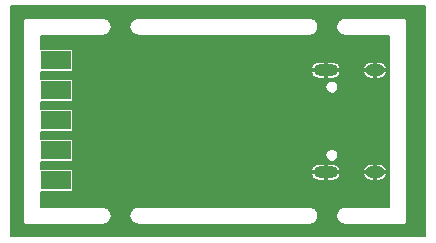
<source format=gbr>
%TF.GenerationSoftware,KiCad,Pcbnew,5.1.6+dfsg1-1*%
%TF.CreationDate,2020-06-28T19:58:20+08:00*%
%TF.ProjectId,stlink,73746c69-6e6b-42e6-9b69-6361645f7063,rev?*%
%TF.SameCoordinates,Original*%
%TF.FileFunction,Copper,L2,Bot*%
%TF.FilePolarity,Positive*%
%FSLAX46Y46*%
G04 Gerber Fmt 4.6, Leading zero omitted, Abs format (unit mm)*
G04 Created by KiCad (PCBNEW 5.1.6+dfsg1-1) date 2020-06-28 19:58:20*
%MOMM*%
%LPD*%
G01*
G04 APERTURE LIST*
%TA.AperFunction,SMDPad,CuDef*%
%ADD10R,2.540000X1.524000*%
%TD*%
%TA.AperFunction,ComponentPad*%
%ADD11O,2.100000X1.000000*%
%TD*%
%TA.AperFunction,ComponentPad*%
%ADD12O,1.600000X1.000000*%
%TD*%
%TA.AperFunction,Conductor*%
%ADD13C,0.152400*%
%TD*%
G04 APERTURE END LIST*
D10*
%TO.P,J2,10*%
%TO.N,JTDI*%
X111500000Y-84840000D03*
%TO.P,J2,8*%
%TO.N,JTDO*%
X111500000Y-87380000D03*
%TO.P,J2,6*%
%TO.N,JTMS*%
X111500000Y-89920000D03*
%TO.P,J2,4*%
%TO.N,JTCK_SWCLK*%
X111500000Y-92460000D03*
%TO.P,J2,2*%
%TO.N,Net-(J2-Pad2)*%
X111500000Y-95000000D03*
%TD*%
D11*
%TO.P,J1,S1*%
%TO.N,GND*%
X134370000Y-85680000D03*
X134370000Y-94320000D03*
D12*
X138550000Y-94320000D03*
X138550000Y-85680000D03*
%TD*%
D13*
%TO.N,GND*%
G36*
X142746401Y-99746400D02*
G01*
X107753600Y-99746400D01*
X107753600Y-81500000D01*
X108745173Y-81500000D01*
X108746401Y-81512469D01*
X108746400Y-98487541D01*
X108745173Y-98500000D01*
X108750069Y-98549714D01*
X108764571Y-98597518D01*
X108785393Y-98636473D01*
X108788119Y-98641574D01*
X108819810Y-98680190D01*
X108858426Y-98711881D01*
X108902482Y-98735429D01*
X108950286Y-98749931D01*
X109000000Y-98754827D01*
X109012459Y-98753600D01*
X115512459Y-98753600D01*
X115525244Y-98752341D01*
X115531727Y-98752341D01*
X115535248Y-98751971D01*
X115632223Y-98741094D01*
X115654733Y-98736309D01*
X115677254Y-98731850D01*
X115680637Y-98730803D01*
X115773652Y-98701297D01*
X115794775Y-98692244D01*
X115816028Y-98683484D01*
X115819143Y-98681800D01*
X115904656Y-98634789D01*
X115923650Y-98621783D01*
X115942767Y-98609082D01*
X115945496Y-98606825D01*
X116020248Y-98544100D01*
X116036343Y-98527665D01*
X116052638Y-98511483D01*
X116054876Y-98508739D01*
X116116022Y-98432689D01*
X116128618Y-98413440D01*
X116141461Y-98394400D01*
X116143123Y-98391274D01*
X116188334Y-98304794D01*
X116196952Y-98283463D01*
X116205850Y-98262296D01*
X116206874Y-98258906D01*
X116234426Y-98165294D01*
X116238732Y-98142722D01*
X116243355Y-98120199D01*
X116243700Y-98116675D01*
X116252544Y-98019492D01*
X116252384Y-97996476D01*
X116252495Y-97980507D01*
X117747456Y-97980507D01*
X117747617Y-98003491D01*
X117747456Y-98026475D01*
X117747801Y-98029999D01*
X117758001Y-98127047D01*
X117762625Y-98149571D01*
X117766930Y-98172140D01*
X117767953Y-98175530D01*
X117796809Y-98268749D01*
X117805736Y-98289985D01*
X117814328Y-98311251D01*
X117815990Y-98314377D01*
X117862403Y-98400215D01*
X117875234Y-98419238D01*
X117887841Y-98438503D01*
X117890079Y-98441247D01*
X117952281Y-98516436D01*
X117968612Y-98532653D01*
X117984671Y-98549052D01*
X117987399Y-98551310D01*
X118063020Y-98612986D01*
X118082163Y-98625704D01*
X118101132Y-98638693D01*
X118104247Y-98640377D01*
X118190408Y-98686189D01*
X118211668Y-98694951D01*
X118232783Y-98704001D01*
X118236165Y-98705049D01*
X118329583Y-98733254D01*
X118352155Y-98737723D01*
X118374615Y-98742497D01*
X118378137Y-98742868D01*
X118475254Y-98752390D01*
X118475255Y-98752390D01*
X118487541Y-98753600D01*
X133012459Y-98753600D01*
X133025244Y-98752341D01*
X133031727Y-98752341D01*
X133035248Y-98751971D01*
X133132223Y-98741094D01*
X133154733Y-98736309D01*
X133177254Y-98731850D01*
X133180637Y-98730803D01*
X133273652Y-98701297D01*
X133294775Y-98692244D01*
X133316028Y-98683484D01*
X133319143Y-98681800D01*
X133404656Y-98634789D01*
X133423650Y-98621783D01*
X133442767Y-98609082D01*
X133445496Y-98606825D01*
X133520248Y-98544100D01*
X133536343Y-98527665D01*
X133552638Y-98511483D01*
X133554876Y-98508739D01*
X133616022Y-98432689D01*
X133628618Y-98413440D01*
X133641461Y-98394400D01*
X133643123Y-98391274D01*
X133688334Y-98304794D01*
X133696952Y-98283463D01*
X133705850Y-98262296D01*
X133706874Y-98258906D01*
X133734426Y-98165294D01*
X133738732Y-98142722D01*
X133743355Y-98120199D01*
X133743700Y-98116675D01*
X133752544Y-98019492D01*
X133752384Y-97996476D01*
X133752544Y-97973526D01*
X133752199Y-97970001D01*
X133741999Y-97872953D01*
X133737378Y-97850442D01*
X133733070Y-97827860D01*
X133732047Y-97824470D01*
X133703191Y-97731251D01*
X133694269Y-97710027D01*
X133685672Y-97688749D01*
X133684010Y-97685622D01*
X133637597Y-97599785D01*
X133624750Y-97580738D01*
X133612159Y-97561497D01*
X133609921Y-97558753D01*
X133547719Y-97483564D01*
X133531388Y-97467347D01*
X133515329Y-97450948D01*
X133512601Y-97448690D01*
X133436980Y-97387014D01*
X133417819Y-97374284D01*
X133398867Y-97361307D01*
X133395753Y-97359623D01*
X133309592Y-97313811D01*
X133288336Y-97305050D01*
X133267217Y-97295998D01*
X133263835Y-97294951D01*
X133170417Y-97266746D01*
X133147845Y-97262277D01*
X133125385Y-97257503D01*
X133121863Y-97257132D01*
X133024746Y-97247610D01*
X133024745Y-97247610D01*
X133012459Y-97246400D01*
X118487541Y-97246400D01*
X118474756Y-97247659D01*
X118468273Y-97247659D01*
X118464752Y-97248029D01*
X118367777Y-97258906D01*
X118345267Y-97263691D01*
X118322746Y-97268150D01*
X118319363Y-97269197D01*
X118226348Y-97298703D01*
X118205218Y-97307760D01*
X118183971Y-97316517D01*
X118180856Y-97318201D01*
X118095344Y-97365211D01*
X118076334Y-97378228D01*
X118057233Y-97390918D01*
X118054504Y-97393175D01*
X117979752Y-97455900D01*
X117963674Y-97472319D01*
X117947362Y-97488517D01*
X117945124Y-97491261D01*
X117883978Y-97567311D01*
X117871382Y-97586560D01*
X117858539Y-97605600D01*
X117856877Y-97608726D01*
X117811667Y-97695205D01*
X117803051Y-97716531D01*
X117794150Y-97737705D01*
X117793126Y-97741094D01*
X117765574Y-97834706D01*
X117761262Y-97857309D01*
X117756646Y-97879801D01*
X117756300Y-97883325D01*
X117747456Y-97980507D01*
X116252495Y-97980507D01*
X116252544Y-97973526D01*
X116252199Y-97970001D01*
X116241999Y-97872953D01*
X116237378Y-97850442D01*
X116233070Y-97827860D01*
X116232047Y-97824470D01*
X116203191Y-97731251D01*
X116194269Y-97710027D01*
X116185672Y-97688749D01*
X116184010Y-97685622D01*
X116137597Y-97599785D01*
X116124750Y-97580738D01*
X116112159Y-97561497D01*
X116109921Y-97558753D01*
X116047719Y-97483564D01*
X116031388Y-97467347D01*
X116015329Y-97450948D01*
X116012601Y-97448690D01*
X115936980Y-97387014D01*
X115917819Y-97374284D01*
X115898867Y-97361307D01*
X115895753Y-97359623D01*
X115809592Y-97313811D01*
X115788336Y-97305050D01*
X115767217Y-97295998D01*
X115763835Y-97294951D01*
X115670417Y-97266746D01*
X115647845Y-97262277D01*
X115625385Y-97257503D01*
X115621863Y-97257132D01*
X115524746Y-97247610D01*
X115524745Y-97247610D01*
X115512459Y-97246400D01*
X110253600Y-97246400D01*
X110253600Y-95991706D01*
X112770000Y-95991706D01*
X112814813Y-95987292D01*
X112857905Y-95974221D01*
X112897618Y-95952994D01*
X112932427Y-95924427D01*
X112960994Y-95889618D01*
X112982221Y-95849905D01*
X112995292Y-95806813D01*
X112999706Y-95762000D01*
X112999706Y-94508615D01*
X133116237Y-94508615D01*
X133117700Y-94528423D01*
X133171856Y-94661430D01*
X133250920Y-94781316D01*
X133351853Y-94883474D01*
X133470777Y-94963978D01*
X133603121Y-95019734D01*
X133743800Y-95048600D01*
X134293800Y-95048600D01*
X134293800Y-94396200D01*
X134446200Y-94396200D01*
X134446200Y-95048600D01*
X134996200Y-95048600D01*
X135136879Y-95019734D01*
X135269223Y-94963978D01*
X135388147Y-94883474D01*
X135489080Y-94781316D01*
X135568144Y-94661430D01*
X135622300Y-94528423D01*
X135623763Y-94508615D01*
X137546237Y-94508615D01*
X137547700Y-94528423D01*
X137601856Y-94661430D01*
X137680920Y-94781316D01*
X137781853Y-94883474D01*
X137900777Y-94963978D01*
X138033121Y-95019734D01*
X138173800Y-95048600D01*
X138473800Y-95048600D01*
X138473800Y-94396200D01*
X138626200Y-94396200D01*
X138626200Y-95048600D01*
X138926200Y-95048600D01*
X139066879Y-95019734D01*
X139199223Y-94963978D01*
X139318147Y-94883474D01*
X139419080Y-94781316D01*
X139498144Y-94661430D01*
X139552300Y-94528423D01*
X139553763Y-94508615D01*
X139517112Y-94396200D01*
X138626200Y-94396200D01*
X138473800Y-94396200D01*
X137582888Y-94396200D01*
X137546237Y-94508615D01*
X135623763Y-94508615D01*
X135587112Y-94396200D01*
X134446200Y-94396200D01*
X134293800Y-94396200D01*
X133152888Y-94396200D01*
X133116237Y-94508615D01*
X112999706Y-94508615D01*
X112999706Y-94238000D01*
X112995292Y-94193187D01*
X112982221Y-94150095D01*
X112972221Y-94131385D01*
X133116237Y-94131385D01*
X133152888Y-94243800D01*
X134293800Y-94243800D01*
X134293800Y-93591400D01*
X134446200Y-93591400D01*
X134446200Y-94243800D01*
X135587112Y-94243800D01*
X135623763Y-94131385D01*
X137546237Y-94131385D01*
X137582888Y-94243800D01*
X138473800Y-94243800D01*
X138473800Y-93591400D01*
X138626200Y-93591400D01*
X138626200Y-94243800D01*
X139517112Y-94243800D01*
X139553763Y-94131385D01*
X139552300Y-94111577D01*
X139498144Y-93978570D01*
X139419080Y-93858684D01*
X139318147Y-93756526D01*
X139199223Y-93676022D01*
X139066879Y-93620266D01*
X138926200Y-93591400D01*
X138626200Y-93591400D01*
X138473800Y-93591400D01*
X138173800Y-93591400D01*
X138033121Y-93620266D01*
X137900777Y-93676022D01*
X137781853Y-93756526D01*
X137680920Y-93858684D01*
X137601856Y-93978570D01*
X137547700Y-94111577D01*
X137546237Y-94131385D01*
X135623763Y-94131385D01*
X135622300Y-94111577D01*
X135568144Y-93978570D01*
X135489080Y-93858684D01*
X135388147Y-93756526D01*
X135269223Y-93676022D01*
X135136879Y-93620266D01*
X134996200Y-93591400D01*
X134446200Y-93591400D01*
X134293800Y-93591400D01*
X133743800Y-93591400D01*
X133603121Y-93620266D01*
X133470777Y-93676022D01*
X133351853Y-93756526D01*
X133250920Y-93858684D01*
X133171856Y-93978570D01*
X133117700Y-94111577D01*
X133116237Y-94131385D01*
X112972221Y-94131385D01*
X112960994Y-94110382D01*
X112932427Y-94075573D01*
X112897618Y-94047006D01*
X112857905Y-94025779D01*
X112814813Y-94012708D01*
X112770000Y-94008294D01*
X110253600Y-94008294D01*
X110253600Y-93451706D01*
X112770000Y-93451706D01*
X112814813Y-93447292D01*
X112857905Y-93434221D01*
X112897618Y-93412994D01*
X112932427Y-93384427D01*
X112960994Y-93349618D01*
X112982221Y-93309905D01*
X112995292Y-93266813D01*
X112999706Y-93222000D01*
X112999706Y-92835475D01*
X134346400Y-92835475D01*
X134346400Y-92944525D01*
X134367674Y-93051479D01*
X134409406Y-93152228D01*
X134469991Y-93242900D01*
X134547100Y-93320009D01*
X134637772Y-93380594D01*
X134738521Y-93422326D01*
X134845475Y-93443600D01*
X134954525Y-93443600D01*
X135061479Y-93422326D01*
X135162228Y-93380594D01*
X135252900Y-93320009D01*
X135330009Y-93242900D01*
X135390594Y-93152228D01*
X135432326Y-93051479D01*
X135453600Y-92944525D01*
X135453600Y-92835475D01*
X135432326Y-92728521D01*
X135390594Y-92627772D01*
X135330009Y-92537100D01*
X135252900Y-92459991D01*
X135162228Y-92399406D01*
X135061479Y-92357674D01*
X134954525Y-92336400D01*
X134845475Y-92336400D01*
X134738521Y-92357674D01*
X134637772Y-92399406D01*
X134547100Y-92459991D01*
X134469991Y-92537100D01*
X134409406Y-92627772D01*
X134367674Y-92728521D01*
X134346400Y-92835475D01*
X112999706Y-92835475D01*
X112999706Y-91698000D01*
X112995292Y-91653187D01*
X112982221Y-91610095D01*
X112960994Y-91570382D01*
X112932427Y-91535573D01*
X112897618Y-91507006D01*
X112857905Y-91485779D01*
X112814813Y-91472708D01*
X112770000Y-91468294D01*
X110253600Y-91468294D01*
X110253600Y-90911706D01*
X112770000Y-90911706D01*
X112814813Y-90907292D01*
X112857905Y-90894221D01*
X112897618Y-90872994D01*
X112932427Y-90844427D01*
X112960994Y-90809618D01*
X112982221Y-90769905D01*
X112995292Y-90726813D01*
X112999706Y-90682000D01*
X112999706Y-89158000D01*
X112995292Y-89113187D01*
X112982221Y-89070095D01*
X112960994Y-89030382D01*
X112932427Y-88995573D01*
X112897618Y-88967006D01*
X112857905Y-88945779D01*
X112814813Y-88932708D01*
X112770000Y-88928294D01*
X110253600Y-88928294D01*
X110253600Y-88371706D01*
X112770000Y-88371706D01*
X112814813Y-88367292D01*
X112857905Y-88354221D01*
X112897618Y-88332994D01*
X112932427Y-88304427D01*
X112960994Y-88269618D01*
X112982221Y-88229905D01*
X112995292Y-88186813D01*
X112999706Y-88142000D01*
X112999706Y-87055475D01*
X134346400Y-87055475D01*
X134346400Y-87164525D01*
X134367674Y-87271479D01*
X134409406Y-87372228D01*
X134469991Y-87462900D01*
X134547100Y-87540009D01*
X134637772Y-87600594D01*
X134738521Y-87642326D01*
X134845475Y-87663600D01*
X134954525Y-87663600D01*
X135061479Y-87642326D01*
X135162228Y-87600594D01*
X135252900Y-87540009D01*
X135330009Y-87462900D01*
X135390594Y-87372228D01*
X135432326Y-87271479D01*
X135453600Y-87164525D01*
X135453600Y-87055475D01*
X135432326Y-86948521D01*
X135390594Y-86847772D01*
X135330009Y-86757100D01*
X135252900Y-86679991D01*
X135162228Y-86619406D01*
X135061479Y-86577674D01*
X134954525Y-86556400D01*
X134845475Y-86556400D01*
X134738521Y-86577674D01*
X134637772Y-86619406D01*
X134547100Y-86679991D01*
X134469991Y-86757100D01*
X134409406Y-86847772D01*
X134367674Y-86948521D01*
X134346400Y-87055475D01*
X112999706Y-87055475D01*
X112999706Y-86618000D01*
X112995292Y-86573187D01*
X112982221Y-86530095D01*
X112960994Y-86490382D01*
X112932427Y-86455573D01*
X112897618Y-86427006D01*
X112857905Y-86405779D01*
X112814813Y-86392708D01*
X112770000Y-86388294D01*
X110253600Y-86388294D01*
X110253600Y-85868615D01*
X133116237Y-85868615D01*
X133117700Y-85888423D01*
X133171856Y-86021430D01*
X133250920Y-86141316D01*
X133351853Y-86243474D01*
X133470777Y-86323978D01*
X133603121Y-86379734D01*
X133743800Y-86408600D01*
X134293800Y-86408600D01*
X134293800Y-85756200D01*
X134446200Y-85756200D01*
X134446200Y-86408600D01*
X134996200Y-86408600D01*
X135136879Y-86379734D01*
X135269223Y-86323978D01*
X135388147Y-86243474D01*
X135489080Y-86141316D01*
X135568144Y-86021430D01*
X135622300Y-85888423D01*
X135623763Y-85868615D01*
X137546237Y-85868615D01*
X137547700Y-85888423D01*
X137601856Y-86021430D01*
X137680920Y-86141316D01*
X137781853Y-86243474D01*
X137900777Y-86323978D01*
X138033121Y-86379734D01*
X138173800Y-86408600D01*
X138473800Y-86408600D01*
X138473800Y-85756200D01*
X138626200Y-85756200D01*
X138626200Y-86408600D01*
X138926200Y-86408600D01*
X139066879Y-86379734D01*
X139199223Y-86323978D01*
X139318147Y-86243474D01*
X139419080Y-86141316D01*
X139498144Y-86021430D01*
X139552300Y-85888423D01*
X139553763Y-85868615D01*
X139517112Y-85756200D01*
X138626200Y-85756200D01*
X138473800Y-85756200D01*
X137582888Y-85756200D01*
X137546237Y-85868615D01*
X135623763Y-85868615D01*
X135587112Y-85756200D01*
X134446200Y-85756200D01*
X134293800Y-85756200D01*
X133152888Y-85756200D01*
X133116237Y-85868615D01*
X110253600Y-85868615D01*
X110253600Y-85831706D01*
X112770000Y-85831706D01*
X112814813Y-85827292D01*
X112857905Y-85814221D01*
X112897618Y-85792994D01*
X112932427Y-85764427D01*
X112960994Y-85729618D01*
X112982221Y-85689905D01*
X112995292Y-85646813D01*
X112999706Y-85602000D01*
X112999706Y-85491385D01*
X133116237Y-85491385D01*
X133152888Y-85603800D01*
X134293800Y-85603800D01*
X134293800Y-84951400D01*
X134446200Y-84951400D01*
X134446200Y-85603800D01*
X135587112Y-85603800D01*
X135623763Y-85491385D01*
X137546237Y-85491385D01*
X137582888Y-85603800D01*
X138473800Y-85603800D01*
X138473800Y-84951400D01*
X138626200Y-84951400D01*
X138626200Y-85603800D01*
X139517112Y-85603800D01*
X139553763Y-85491385D01*
X139552300Y-85471577D01*
X139498144Y-85338570D01*
X139419080Y-85218684D01*
X139318147Y-85116526D01*
X139199223Y-85036022D01*
X139066879Y-84980266D01*
X138926200Y-84951400D01*
X138626200Y-84951400D01*
X138473800Y-84951400D01*
X138173800Y-84951400D01*
X138033121Y-84980266D01*
X137900777Y-85036022D01*
X137781853Y-85116526D01*
X137680920Y-85218684D01*
X137601856Y-85338570D01*
X137547700Y-85471577D01*
X137546237Y-85491385D01*
X135623763Y-85491385D01*
X135622300Y-85471577D01*
X135568144Y-85338570D01*
X135489080Y-85218684D01*
X135388147Y-85116526D01*
X135269223Y-85036022D01*
X135136879Y-84980266D01*
X134996200Y-84951400D01*
X134446200Y-84951400D01*
X134293800Y-84951400D01*
X133743800Y-84951400D01*
X133603121Y-84980266D01*
X133470777Y-85036022D01*
X133351853Y-85116526D01*
X133250920Y-85218684D01*
X133171856Y-85338570D01*
X133117700Y-85471577D01*
X133116237Y-85491385D01*
X112999706Y-85491385D01*
X112999706Y-84078000D01*
X112995292Y-84033187D01*
X112982221Y-83990095D01*
X112960994Y-83950382D01*
X112932427Y-83915573D01*
X112897618Y-83887006D01*
X112857905Y-83865779D01*
X112814813Y-83852708D01*
X112770000Y-83848294D01*
X110253600Y-83848294D01*
X110253600Y-82753600D01*
X115512459Y-82753600D01*
X115525244Y-82752341D01*
X115531727Y-82752341D01*
X115535248Y-82751971D01*
X115632223Y-82741094D01*
X115654733Y-82736309D01*
X115677254Y-82731850D01*
X115680637Y-82730803D01*
X115773652Y-82701297D01*
X115794775Y-82692244D01*
X115816028Y-82683484D01*
X115819143Y-82681800D01*
X115904656Y-82634789D01*
X115923650Y-82621783D01*
X115942767Y-82609082D01*
X115945496Y-82606825D01*
X116020248Y-82544100D01*
X116036343Y-82527665D01*
X116052638Y-82511483D01*
X116054876Y-82508739D01*
X116116022Y-82432689D01*
X116128618Y-82413440D01*
X116141461Y-82394400D01*
X116143123Y-82391274D01*
X116188334Y-82304794D01*
X116196952Y-82283463D01*
X116205850Y-82262296D01*
X116206874Y-82258906D01*
X116234426Y-82165294D01*
X116238732Y-82142722D01*
X116243355Y-82120199D01*
X116243700Y-82116675D01*
X116252544Y-82019492D01*
X116252384Y-81996476D01*
X116252495Y-81980507D01*
X117747456Y-81980507D01*
X117747617Y-82003491D01*
X117747456Y-82026475D01*
X117747801Y-82029999D01*
X117758001Y-82127047D01*
X117762625Y-82149571D01*
X117766930Y-82172140D01*
X117767953Y-82175530D01*
X117796809Y-82268749D01*
X117805736Y-82289985D01*
X117814328Y-82311251D01*
X117815990Y-82314377D01*
X117862403Y-82400215D01*
X117875234Y-82419238D01*
X117887841Y-82438503D01*
X117890079Y-82441247D01*
X117952281Y-82516436D01*
X117968612Y-82532653D01*
X117984671Y-82549052D01*
X117987399Y-82551310D01*
X118063020Y-82612986D01*
X118082163Y-82625704D01*
X118101132Y-82638693D01*
X118104247Y-82640377D01*
X118190408Y-82686189D01*
X118211668Y-82694951D01*
X118232783Y-82704001D01*
X118236165Y-82705049D01*
X118329583Y-82733254D01*
X118352155Y-82737723D01*
X118374615Y-82742497D01*
X118378137Y-82742868D01*
X118475254Y-82752390D01*
X118475255Y-82752390D01*
X118487541Y-82753600D01*
X133012459Y-82753600D01*
X133025244Y-82752341D01*
X133031727Y-82752341D01*
X133035248Y-82751971D01*
X133132223Y-82741094D01*
X133154733Y-82736309D01*
X133177254Y-82731850D01*
X133180637Y-82730803D01*
X133273652Y-82701297D01*
X133294775Y-82692244D01*
X133316028Y-82683484D01*
X133319143Y-82681800D01*
X133404656Y-82634789D01*
X133423650Y-82621783D01*
X133442767Y-82609082D01*
X133445496Y-82606825D01*
X133520248Y-82544100D01*
X133536343Y-82527665D01*
X133552638Y-82511483D01*
X133554876Y-82508739D01*
X133616022Y-82432689D01*
X133628618Y-82413440D01*
X133641461Y-82394400D01*
X133643123Y-82391274D01*
X133688334Y-82304794D01*
X133696952Y-82283463D01*
X133705850Y-82262296D01*
X133706874Y-82258906D01*
X133734426Y-82165294D01*
X133738732Y-82142722D01*
X133743355Y-82120199D01*
X133743700Y-82116675D01*
X133752544Y-82019492D01*
X133752384Y-81996476D01*
X133752495Y-81980507D01*
X135247456Y-81980507D01*
X135247617Y-82003491D01*
X135247456Y-82026475D01*
X135247801Y-82029999D01*
X135258001Y-82127047D01*
X135262625Y-82149571D01*
X135266930Y-82172140D01*
X135267953Y-82175530D01*
X135296809Y-82268749D01*
X135305736Y-82289985D01*
X135314328Y-82311251D01*
X135315990Y-82314377D01*
X135362403Y-82400215D01*
X135375234Y-82419238D01*
X135387841Y-82438503D01*
X135390079Y-82441247D01*
X135452281Y-82516436D01*
X135468612Y-82532653D01*
X135484671Y-82549052D01*
X135487399Y-82551310D01*
X135563020Y-82612986D01*
X135582163Y-82625704D01*
X135601132Y-82638693D01*
X135604247Y-82640377D01*
X135690408Y-82686189D01*
X135711668Y-82694951D01*
X135732783Y-82704001D01*
X135736165Y-82705049D01*
X135829583Y-82733254D01*
X135852155Y-82737723D01*
X135874615Y-82742497D01*
X135878137Y-82742868D01*
X135975254Y-82752390D01*
X135975255Y-82752390D01*
X135987541Y-82753600D01*
X139746400Y-82753600D01*
X139746401Y-97246400D01*
X135987541Y-97246400D01*
X135974756Y-97247659D01*
X135968273Y-97247659D01*
X135964752Y-97248029D01*
X135867777Y-97258906D01*
X135845267Y-97263691D01*
X135822746Y-97268150D01*
X135819363Y-97269197D01*
X135726348Y-97298703D01*
X135705218Y-97307760D01*
X135683971Y-97316517D01*
X135680856Y-97318201D01*
X135595344Y-97365211D01*
X135576334Y-97378228D01*
X135557233Y-97390918D01*
X135554504Y-97393175D01*
X135479752Y-97455900D01*
X135463674Y-97472319D01*
X135447362Y-97488517D01*
X135445124Y-97491261D01*
X135383978Y-97567311D01*
X135371382Y-97586560D01*
X135358539Y-97605600D01*
X135356877Y-97608726D01*
X135311667Y-97695205D01*
X135303051Y-97716531D01*
X135294150Y-97737705D01*
X135293126Y-97741094D01*
X135265574Y-97834706D01*
X135261262Y-97857309D01*
X135256646Y-97879801D01*
X135256300Y-97883325D01*
X135247456Y-97980507D01*
X135247617Y-98003491D01*
X135247456Y-98026475D01*
X135247801Y-98029999D01*
X135258001Y-98127047D01*
X135262625Y-98149571D01*
X135266930Y-98172140D01*
X135267953Y-98175530D01*
X135296809Y-98268749D01*
X135305736Y-98289985D01*
X135314328Y-98311251D01*
X135315990Y-98314377D01*
X135362403Y-98400215D01*
X135375234Y-98419238D01*
X135387841Y-98438503D01*
X135390079Y-98441247D01*
X135452281Y-98516436D01*
X135468612Y-98532653D01*
X135484671Y-98549052D01*
X135487399Y-98551310D01*
X135563020Y-98612986D01*
X135582163Y-98625704D01*
X135601132Y-98638693D01*
X135604247Y-98640377D01*
X135690408Y-98686189D01*
X135711668Y-98694951D01*
X135732783Y-98704001D01*
X135736165Y-98705049D01*
X135829583Y-98733254D01*
X135852155Y-98737723D01*
X135874615Y-98742497D01*
X135878137Y-98742868D01*
X135975254Y-98752390D01*
X135975255Y-98752390D01*
X135987541Y-98753600D01*
X140987541Y-98753600D01*
X141000000Y-98754827D01*
X141012459Y-98753600D01*
X141049714Y-98749931D01*
X141097518Y-98735429D01*
X141141574Y-98711881D01*
X141180190Y-98680190D01*
X141211881Y-98641574D01*
X141235429Y-98597518D01*
X141249931Y-98549714D01*
X141254827Y-98500000D01*
X141253600Y-98487541D01*
X141253600Y-81512459D01*
X141254827Y-81500000D01*
X141249931Y-81450286D01*
X141235429Y-81402482D01*
X141211881Y-81358426D01*
X141180190Y-81319810D01*
X141141574Y-81288119D01*
X141097518Y-81264571D01*
X141049714Y-81250069D01*
X141012459Y-81246400D01*
X141000000Y-81245173D01*
X140987541Y-81246400D01*
X135987541Y-81246400D01*
X135974756Y-81247659D01*
X135968273Y-81247659D01*
X135964752Y-81248029D01*
X135867777Y-81258906D01*
X135845267Y-81263691D01*
X135822746Y-81268150D01*
X135819363Y-81269197D01*
X135726348Y-81298703D01*
X135705218Y-81307760D01*
X135683971Y-81316517D01*
X135680856Y-81318201D01*
X135595344Y-81365211D01*
X135576334Y-81378228D01*
X135557233Y-81390918D01*
X135554504Y-81393175D01*
X135479752Y-81455900D01*
X135463674Y-81472319D01*
X135447362Y-81488517D01*
X135445124Y-81491261D01*
X135383978Y-81567311D01*
X135371382Y-81586560D01*
X135358539Y-81605600D01*
X135356877Y-81608726D01*
X135311667Y-81695205D01*
X135303051Y-81716531D01*
X135294150Y-81737705D01*
X135293126Y-81741094D01*
X135265574Y-81834706D01*
X135261262Y-81857309D01*
X135256646Y-81879801D01*
X135256300Y-81883325D01*
X135247456Y-81980507D01*
X133752495Y-81980507D01*
X133752544Y-81973526D01*
X133752199Y-81970001D01*
X133741999Y-81872953D01*
X133737378Y-81850442D01*
X133733070Y-81827860D01*
X133732047Y-81824470D01*
X133703191Y-81731251D01*
X133694269Y-81710027D01*
X133685672Y-81688749D01*
X133684010Y-81685622D01*
X133637597Y-81599785D01*
X133624750Y-81580738D01*
X133612159Y-81561497D01*
X133609921Y-81558753D01*
X133547719Y-81483564D01*
X133531388Y-81467347D01*
X133515329Y-81450948D01*
X133512601Y-81448690D01*
X133436980Y-81387014D01*
X133417819Y-81374284D01*
X133398867Y-81361307D01*
X133395753Y-81359623D01*
X133309592Y-81313811D01*
X133288336Y-81305050D01*
X133267217Y-81295998D01*
X133263835Y-81294951D01*
X133170417Y-81266746D01*
X133147845Y-81262277D01*
X133125385Y-81257503D01*
X133121863Y-81257132D01*
X133024746Y-81247610D01*
X133024745Y-81247610D01*
X133012459Y-81246400D01*
X118487541Y-81246400D01*
X118474756Y-81247659D01*
X118468273Y-81247659D01*
X118464752Y-81248029D01*
X118367777Y-81258906D01*
X118345267Y-81263691D01*
X118322746Y-81268150D01*
X118319363Y-81269197D01*
X118226348Y-81298703D01*
X118205218Y-81307760D01*
X118183971Y-81316517D01*
X118180856Y-81318201D01*
X118095344Y-81365211D01*
X118076334Y-81378228D01*
X118057233Y-81390918D01*
X118054504Y-81393175D01*
X117979752Y-81455900D01*
X117963674Y-81472319D01*
X117947362Y-81488517D01*
X117945124Y-81491261D01*
X117883978Y-81567311D01*
X117871382Y-81586560D01*
X117858539Y-81605600D01*
X117856877Y-81608726D01*
X117811667Y-81695205D01*
X117803051Y-81716531D01*
X117794150Y-81737705D01*
X117793126Y-81741094D01*
X117765574Y-81834706D01*
X117761262Y-81857309D01*
X117756646Y-81879801D01*
X117756300Y-81883325D01*
X117747456Y-81980507D01*
X116252495Y-81980507D01*
X116252544Y-81973526D01*
X116252199Y-81970001D01*
X116241999Y-81872953D01*
X116237378Y-81850442D01*
X116233070Y-81827860D01*
X116232047Y-81824470D01*
X116203191Y-81731251D01*
X116194269Y-81710027D01*
X116185672Y-81688749D01*
X116184010Y-81685622D01*
X116137597Y-81599785D01*
X116124750Y-81580738D01*
X116112159Y-81561497D01*
X116109921Y-81558753D01*
X116047719Y-81483564D01*
X116031388Y-81467347D01*
X116015329Y-81450948D01*
X116012601Y-81448690D01*
X115936980Y-81387014D01*
X115917819Y-81374284D01*
X115898867Y-81361307D01*
X115895753Y-81359623D01*
X115809592Y-81313811D01*
X115788336Y-81305050D01*
X115767217Y-81295998D01*
X115763835Y-81294951D01*
X115670417Y-81266746D01*
X115647845Y-81262277D01*
X115625385Y-81257503D01*
X115621863Y-81257132D01*
X115524746Y-81247610D01*
X115524745Y-81247610D01*
X115512459Y-81246400D01*
X109012459Y-81246400D01*
X109000000Y-81245173D01*
X108987541Y-81246400D01*
X108950286Y-81250069D01*
X108902482Y-81264571D01*
X108858426Y-81288119D01*
X108819810Y-81319810D01*
X108788119Y-81358426D01*
X108764571Y-81402482D01*
X108750069Y-81450286D01*
X108745173Y-81500000D01*
X107753600Y-81500000D01*
X107753600Y-80253600D01*
X142746400Y-80253600D01*
X142746401Y-99746400D01*
G37*
X142746401Y-99746400D02*
X107753600Y-99746400D01*
X107753600Y-81500000D01*
X108745173Y-81500000D01*
X108746401Y-81512469D01*
X108746400Y-98487541D01*
X108745173Y-98500000D01*
X108750069Y-98549714D01*
X108764571Y-98597518D01*
X108785393Y-98636473D01*
X108788119Y-98641574D01*
X108819810Y-98680190D01*
X108858426Y-98711881D01*
X108902482Y-98735429D01*
X108950286Y-98749931D01*
X109000000Y-98754827D01*
X109012459Y-98753600D01*
X115512459Y-98753600D01*
X115525244Y-98752341D01*
X115531727Y-98752341D01*
X115535248Y-98751971D01*
X115632223Y-98741094D01*
X115654733Y-98736309D01*
X115677254Y-98731850D01*
X115680637Y-98730803D01*
X115773652Y-98701297D01*
X115794775Y-98692244D01*
X115816028Y-98683484D01*
X115819143Y-98681800D01*
X115904656Y-98634789D01*
X115923650Y-98621783D01*
X115942767Y-98609082D01*
X115945496Y-98606825D01*
X116020248Y-98544100D01*
X116036343Y-98527665D01*
X116052638Y-98511483D01*
X116054876Y-98508739D01*
X116116022Y-98432689D01*
X116128618Y-98413440D01*
X116141461Y-98394400D01*
X116143123Y-98391274D01*
X116188334Y-98304794D01*
X116196952Y-98283463D01*
X116205850Y-98262296D01*
X116206874Y-98258906D01*
X116234426Y-98165294D01*
X116238732Y-98142722D01*
X116243355Y-98120199D01*
X116243700Y-98116675D01*
X116252544Y-98019492D01*
X116252384Y-97996476D01*
X116252495Y-97980507D01*
X117747456Y-97980507D01*
X117747617Y-98003491D01*
X117747456Y-98026475D01*
X117747801Y-98029999D01*
X117758001Y-98127047D01*
X117762625Y-98149571D01*
X117766930Y-98172140D01*
X117767953Y-98175530D01*
X117796809Y-98268749D01*
X117805736Y-98289985D01*
X117814328Y-98311251D01*
X117815990Y-98314377D01*
X117862403Y-98400215D01*
X117875234Y-98419238D01*
X117887841Y-98438503D01*
X117890079Y-98441247D01*
X117952281Y-98516436D01*
X117968612Y-98532653D01*
X117984671Y-98549052D01*
X117987399Y-98551310D01*
X118063020Y-98612986D01*
X118082163Y-98625704D01*
X118101132Y-98638693D01*
X118104247Y-98640377D01*
X118190408Y-98686189D01*
X118211668Y-98694951D01*
X118232783Y-98704001D01*
X118236165Y-98705049D01*
X118329583Y-98733254D01*
X118352155Y-98737723D01*
X118374615Y-98742497D01*
X118378137Y-98742868D01*
X118475254Y-98752390D01*
X118475255Y-98752390D01*
X118487541Y-98753600D01*
X133012459Y-98753600D01*
X133025244Y-98752341D01*
X133031727Y-98752341D01*
X133035248Y-98751971D01*
X133132223Y-98741094D01*
X133154733Y-98736309D01*
X133177254Y-98731850D01*
X133180637Y-98730803D01*
X133273652Y-98701297D01*
X133294775Y-98692244D01*
X133316028Y-98683484D01*
X133319143Y-98681800D01*
X133404656Y-98634789D01*
X133423650Y-98621783D01*
X133442767Y-98609082D01*
X133445496Y-98606825D01*
X133520248Y-98544100D01*
X133536343Y-98527665D01*
X133552638Y-98511483D01*
X133554876Y-98508739D01*
X133616022Y-98432689D01*
X133628618Y-98413440D01*
X133641461Y-98394400D01*
X133643123Y-98391274D01*
X133688334Y-98304794D01*
X133696952Y-98283463D01*
X133705850Y-98262296D01*
X133706874Y-98258906D01*
X133734426Y-98165294D01*
X133738732Y-98142722D01*
X133743355Y-98120199D01*
X133743700Y-98116675D01*
X133752544Y-98019492D01*
X133752384Y-97996476D01*
X133752544Y-97973526D01*
X133752199Y-97970001D01*
X133741999Y-97872953D01*
X133737378Y-97850442D01*
X133733070Y-97827860D01*
X133732047Y-97824470D01*
X133703191Y-97731251D01*
X133694269Y-97710027D01*
X133685672Y-97688749D01*
X133684010Y-97685622D01*
X133637597Y-97599785D01*
X133624750Y-97580738D01*
X133612159Y-97561497D01*
X133609921Y-97558753D01*
X133547719Y-97483564D01*
X133531388Y-97467347D01*
X133515329Y-97450948D01*
X133512601Y-97448690D01*
X133436980Y-97387014D01*
X133417819Y-97374284D01*
X133398867Y-97361307D01*
X133395753Y-97359623D01*
X133309592Y-97313811D01*
X133288336Y-97305050D01*
X133267217Y-97295998D01*
X133263835Y-97294951D01*
X133170417Y-97266746D01*
X133147845Y-97262277D01*
X133125385Y-97257503D01*
X133121863Y-97257132D01*
X133024746Y-97247610D01*
X133024745Y-97247610D01*
X133012459Y-97246400D01*
X118487541Y-97246400D01*
X118474756Y-97247659D01*
X118468273Y-97247659D01*
X118464752Y-97248029D01*
X118367777Y-97258906D01*
X118345267Y-97263691D01*
X118322746Y-97268150D01*
X118319363Y-97269197D01*
X118226348Y-97298703D01*
X118205218Y-97307760D01*
X118183971Y-97316517D01*
X118180856Y-97318201D01*
X118095344Y-97365211D01*
X118076334Y-97378228D01*
X118057233Y-97390918D01*
X118054504Y-97393175D01*
X117979752Y-97455900D01*
X117963674Y-97472319D01*
X117947362Y-97488517D01*
X117945124Y-97491261D01*
X117883978Y-97567311D01*
X117871382Y-97586560D01*
X117858539Y-97605600D01*
X117856877Y-97608726D01*
X117811667Y-97695205D01*
X117803051Y-97716531D01*
X117794150Y-97737705D01*
X117793126Y-97741094D01*
X117765574Y-97834706D01*
X117761262Y-97857309D01*
X117756646Y-97879801D01*
X117756300Y-97883325D01*
X117747456Y-97980507D01*
X116252495Y-97980507D01*
X116252544Y-97973526D01*
X116252199Y-97970001D01*
X116241999Y-97872953D01*
X116237378Y-97850442D01*
X116233070Y-97827860D01*
X116232047Y-97824470D01*
X116203191Y-97731251D01*
X116194269Y-97710027D01*
X116185672Y-97688749D01*
X116184010Y-97685622D01*
X116137597Y-97599785D01*
X116124750Y-97580738D01*
X116112159Y-97561497D01*
X116109921Y-97558753D01*
X116047719Y-97483564D01*
X116031388Y-97467347D01*
X116015329Y-97450948D01*
X116012601Y-97448690D01*
X115936980Y-97387014D01*
X115917819Y-97374284D01*
X115898867Y-97361307D01*
X115895753Y-97359623D01*
X115809592Y-97313811D01*
X115788336Y-97305050D01*
X115767217Y-97295998D01*
X115763835Y-97294951D01*
X115670417Y-97266746D01*
X115647845Y-97262277D01*
X115625385Y-97257503D01*
X115621863Y-97257132D01*
X115524746Y-97247610D01*
X115524745Y-97247610D01*
X115512459Y-97246400D01*
X110253600Y-97246400D01*
X110253600Y-95991706D01*
X112770000Y-95991706D01*
X112814813Y-95987292D01*
X112857905Y-95974221D01*
X112897618Y-95952994D01*
X112932427Y-95924427D01*
X112960994Y-95889618D01*
X112982221Y-95849905D01*
X112995292Y-95806813D01*
X112999706Y-95762000D01*
X112999706Y-94508615D01*
X133116237Y-94508615D01*
X133117700Y-94528423D01*
X133171856Y-94661430D01*
X133250920Y-94781316D01*
X133351853Y-94883474D01*
X133470777Y-94963978D01*
X133603121Y-95019734D01*
X133743800Y-95048600D01*
X134293800Y-95048600D01*
X134293800Y-94396200D01*
X134446200Y-94396200D01*
X134446200Y-95048600D01*
X134996200Y-95048600D01*
X135136879Y-95019734D01*
X135269223Y-94963978D01*
X135388147Y-94883474D01*
X135489080Y-94781316D01*
X135568144Y-94661430D01*
X135622300Y-94528423D01*
X135623763Y-94508615D01*
X137546237Y-94508615D01*
X137547700Y-94528423D01*
X137601856Y-94661430D01*
X137680920Y-94781316D01*
X137781853Y-94883474D01*
X137900777Y-94963978D01*
X138033121Y-95019734D01*
X138173800Y-95048600D01*
X138473800Y-95048600D01*
X138473800Y-94396200D01*
X138626200Y-94396200D01*
X138626200Y-95048600D01*
X138926200Y-95048600D01*
X139066879Y-95019734D01*
X139199223Y-94963978D01*
X139318147Y-94883474D01*
X139419080Y-94781316D01*
X139498144Y-94661430D01*
X139552300Y-94528423D01*
X139553763Y-94508615D01*
X139517112Y-94396200D01*
X138626200Y-94396200D01*
X138473800Y-94396200D01*
X137582888Y-94396200D01*
X137546237Y-94508615D01*
X135623763Y-94508615D01*
X135587112Y-94396200D01*
X134446200Y-94396200D01*
X134293800Y-94396200D01*
X133152888Y-94396200D01*
X133116237Y-94508615D01*
X112999706Y-94508615D01*
X112999706Y-94238000D01*
X112995292Y-94193187D01*
X112982221Y-94150095D01*
X112972221Y-94131385D01*
X133116237Y-94131385D01*
X133152888Y-94243800D01*
X134293800Y-94243800D01*
X134293800Y-93591400D01*
X134446200Y-93591400D01*
X134446200Y-94243800D01*
X135587112Y-94243800D01*
X135623763Y-94131385D01*
X137546237Y-94131385D01*
X137582888Y-94243800D01*
X138473800Y-94243800D01*
X138473800Y-93591400D01*
X138626200Y-93591400D01*
X138626200Y-94243800D01*
X139517112Y-94243800D01*
X139553763Y-94131385D01*
X139552300Y-94111577D01*
X139498144Y-93978570D01*
X139419080Y-93858684D01*
X139318147Y-93756526D01*
X139199223Y-93676022D01*
X139066879Y-93620266D01*
X138926200Y-93591400D01*
X138626200Y-93591400D01*
X138473800Y-93591400D01*
X138173800Y-93591400D01*
X138033121Y-93620266D01*
X137900777Y-93676022D01*
X137781853Y-93756526D01*
X137680920Y-93858684D01*
X137601856Y-93978570D01*
X137547700Y-94111577D01*
X137546237Y-94131385D01*
X135623763Y-94131385D01*
X135622300Y-94111577D01*
X135568144Y-93978570D01*
X135489080Y-93858684D01*
X135388147Y-93756526D01*
X135269223Y-93676022D01*
X135136879Y-93620266D01*
X134996200Y-93591400D01*
X134446200Y-93591400D01*
X134293800Y-93591400D01*
X133743800Y-93591400D01*
X133603121Y-93620266D01*
X133470777Y-93676022D01*
X133351853Y-93756526D01*
X133250920Y-93858684D01*
X133171856Y-93978570D01*
X133117700Y-94111577D01*
X133116237Y-94131385D01*
X112972221Y-94131385D01*
X112960994Y-94110382D01*
X112932427Y-94075573D01*
X112897618Y-94047006D01*
X112857905Y-94025779D01*
X112814813Y-94012708D01*
X112770000Y-94008294D01*
X110253600Y-94008294D01*
X110253600Y-93451706D01*
X112770000Y-93451706D01*
X112814813Y-93447292D01*
X112857905Y-93434221D01*
X112897618Y-93412994D01*
X112932427Y-93384427D01*
X112960994Y-93349618D01*
X112982221Y-93309905D01*
X112995292Y-93266813D01*
X112999706Y-93222000D01*
X112999706Y-92835475D01*
X134346400Y-92835475D01*
X134346400Y-92944525D01*
X134367674Y-93051479D01*
X134409406Y-93152228D01*
X134469991Y-93242900D01*
X134547100Y-93320009D01*
X134637772Y-93380594D01*
X134738521Y-93422326D01*
X134845475Y-93443600D01*
X134954525Y-93443600D01*
X135061479Y-93422326D01*
X135162228Y-93380594D01*
X135252900Y-93320009D01*
X135330009Y-93242900D01*
X135390594Y-93152228D01*
X135432326Y-93051479D01*
X135453600Y-92944525D01*
X135453600Y-92835475D01*
X135432326Y-92728521D01*
X135390594Y-92627772D01*
X135330009Y-92537100D01*
X135252900Y-92459991D01*
X135162228Y-92399406D01*
X135061479Y-92357674D01*
X134954525Y-92336400D01*
X134845475Y-92336400D01*
X134738521Y-92357674D01*
X134637772Y-92399406D01*
X134547100Y-92459991D01*
X134469991Y-92537100D01*
X134409406Y-92627772D01*
X134367674Y-92728521D01*
X134346400Y-92835475D01*
X112999706Y-92835475D01*
X112999706Y-91698000D01*
X112995292Y-91653187D01*
X112982221Y-91610095D01*
X112960994Y-91570382D01*
X112932427Y-91535573D01*
X112897618Y-91507006D01*
X112857905Y-91485779D01*
X112814813Y-91472708D01*
X112770000Y-91468294D01*
X110253600Y-91468294D01*
X110253600Y-90911706D01*
X112770000Y-90911706D01*
X112814813Y-90907292D01*
X112857905Y-90894221D01*
X112897618Y-90872994D01*
X112932427Y-90844427D01*
X112960994Y-90809618D01*
X112982221Y-90769905D01*
X112995292Y-90726813D01*
X112999706Y-90682000D01*
X112999706Y-89158000D01*
X112995292Y-89113187D01*
X112982221Y-89070095D01*
X112960994Y-89030382D01*
X112932427Y-88995573D01*
X112897618Y-88967006D01*
X112857905Y-88945779D01*
X112814813Y-88932708D01*
X112770000Y-88928294D01*
X110253600Y-88928294D01*
X110253600Y-88371706D01*
X112770000Y-88371706D01*
X112814813Y-88367292D01*
X112857905Y-88354221D01*
X112897618Y-88332994D01*
X112932427Y-88304427D01*
X112960994Y-88269618D01*
X112982221Y-88229905D01*
X112995292Y-88186813D01*
X112999706Y-88142000D01*
X112999706Y-87055475D01*
X134346400Y-87055475D01*
X134346400Y-87164525D01*
X134367674Y-87271479D01*
X134409406Y-87372228D01*
X134469991Y-87462900D01*
X134547100Y-87540009D01*
X134637772Y-87600594D01*
X134738521Y-87642326D01*
X134845475Y-87663600D01*
X134954525Y-87663600D01*
X135061479Y-87642326D01*
X135162228Y-87600594D01*
X135252900Y-87540009D01*
X135330009Y-87462900D01*
X135390594Y-87372228D01*
X135432326Y-87271479D01*
X135453600Y-87164525D01*
X135453600Y-87055475D01*
X135432326Y-86948521D01*
X135390594Y-86847772D01*
X135330009Y-86757100D01*
X135252900Y-86679991D01*
X135162228Y-86619406D01*
X135061479Y-86577674D01*
X134954525Y-86556400D01*
X134845475Y-86556400D01*
X134738521Y-86577674D01*
X134637772Y-86619406D01*
X134547100Y-86679991D01*
X134469991Y-86757100D01*
X134409406Y-86847772D01*
X134367674Y-86948521D01*
X134346400Y-87055475D01*
X112999706Y-87055475D01*
X112999706Y-86618000D01*
X112995292Y-86573187D01*
X112982221Y-86530095D01*
X112960994Y-86490382D01*
X112932427Y-86455573D01*
X112897618Y-86427006D01*
X112857905Y-86405779D01*
X112814813Y-86392708D01*
X112770000Y-86388294D01*
X110253600Y-86388294D01*
X110253600Y-85868615D01*
X133116237Y-85868615D01*
X133117700Y-85888423D01*
X133171856Y-86021430D01*
X133250920Y-86141316D01*
X133351853Y-86243474D01*
X133470777Y-86323978D01*
X133603121Y-86379734D01*
X133743800Y-86408600D01*
X134293800Y-86408600D01*
X134293800Y-85756200D01*
X134446200Y-85756200D01*
X134446200Y-86408600D01*
X134996200Y-86408600D01*
X135136879Y-86379734D01*
X135269223Y-86323978D01*
X135388147Y-86243474D01*
X135489080Y-86141316D01*
X135568144Y-86021430D01*
X135622300Y-85888423D01*
X135623763Y-85868615D01*
X137546237Y-85868615D01*
X137547700Y-85888423D01*
X137601856Y-86021430D01*
X137680920Y-86141316D01*
X137781853Y-86243474D01*
X137900777Y-86323978D01*
X138033121Y-86379734D01*
X138173800Y-86408600D01*
X138473800Y-86408600D01*
X138473800Y-85756200D01*
X138626200Y-85756200D01*
X138626200Y-86408600D01*
X138926200Y-86408600D01*
X139066879Y-86379734D01*
X139199223Y-86323978D01*
X139318147Y-86243474D01*
X139419080Y-86141316D01*
X139498144Y-86021430D01*
X139552300Y-85888423D01*
X139553763Y-85868615D01*
X139517112Y-85756200D01*
X138626200Y-85756200D01*
X138473800Y-85756200D01*
X137582888Y-85756200D01*
X137546237Y-85868615D01*
X135623763Y-85868615D01*
X135587112Y-85756200D01*
X134446200Y-85756200D01*
X134293800Y-85756200D01*
X133152888Y-85756200D01*
X133116237Y-85868615D01*
X110253600Y-85868615D01*
X110253600Y-85831706D01*
X112770000Y-85831706D01*
X112814813Y-85827292D01*
X112857905Y-85814221D01*
X112897618Y-85792994D01*
X112932427Y-85764427D01*
X112960994Y-85729618D01*
X112982221Y-85689905D01*
X112995292Y-85646813D01*
X112999706Y-85602000D01*
X112999706Y-85491385D01*
X133116237Y-85491385D01*
X133152888Y-85603800D01*
X134293800Y-85603800D01*
X134293800Y-84951400D01*
X134446200Y-84951400D01*
X134446200Y-85603800D01*
X135587112Y-85603800D01*
X135623763Y-85491385D01*
X137546237Y-85491385D01*
X137582888Y-85603800D01*
X138473800Y-85603800D01*
X138473800Y-84951400D01*
X138626200Y-84951400D01*
X138626200Y-85603800D01*
X139517112Y-85603800D01*
X139553763Y-85491385D01*
X139552300Y-85471577D01*
X139498144Y-85338570D01*
X139419080Y-85218684D01*
X139318147Y-85116526D01*
X139199223Y-85036022D01*
X139066879Y-84980266D01*
X138926200Y-84951400D01*
X138626200Y-84951400D01*
X138473800Y-84951400D01*
X138173800Y-84951400D01*
X138033121Y-84980266D01*
X137900777Y-85036022D01*
X137781853Y-85116526D01*
X137680920Y-85218684D01*
X137601856Y-85338570D01*
X137547700Y-85471577D01*
X137546237Y-85491385D01*
X135623763Y-85491385D01*
X135622300Y-85471577D01*
X135568144Y-85338570D01*
X135489080Y-85218684D01*
X135388147Y-85116526D01*
X135269223Y-85036022D01*
X135136879Y-84980266D01*
X134996200Y-84951400D01*
X134446200Y-84951400D01*
X134293800Y-84951400D01*
X133743800Y-84951400D01*
X133603121Y-84980266D01*
X133470777Y-85036022D01*
X133351853Y-85116526D01*
X133250920Y-85218684D01*
X133171856Y-85338570D01*
X133117700Y-85471577D01*
X133116237Y-85491385D01*
X112999706Y-85491385D01*
X112999706Y-84078000D01*
X112995292Y-84033187D01*
X112982221Y-83990095D01*
X112960994Y-83950382D01*
X112932427Y-83915573D01*
X112897618Y-83887006D01*
X112857905Y-83865779D01*
X112814813Y-83852708D01*
X112770000Y-83848294D01*
X110253600Y-83848294D01*
X110253600Y-82753600D01*
X115512459Y-82753600D01*
X115525244Y-82752341D01*
X115531727Y-82752341D01*
X115535248Y-82751971D01*
X115632223Y-82741094D01*
X115654733Y-82736309D01*
X115677254Y-82731850D01*
X115680637Y-82730803D01*
X115773652Y-82701297D01*
X115794775Y-82692244D01*
X115816028Y-82683484D01*
X115819143Y-82681800D01*
X115904656Y-82634789D01*
X115923650Y-82621783D01*
X115942767Y-82609082D01*
X115945496Y-82606825D01*
X116020248Y-82544100D01*
X116036343Y-82527665D01*
X116052638Y-82511483D01*
X116054876Y-82508739D01*
X116116022Y-82432689D01*
X116128618Y-82413440D01*
X116141461Y-82394400D01*
X116143123Y-82391274D01*
X116188334Y-82304794D01*
X116196952Y-82283463D01*
X116205850Y-82262296D01*
X116206874Y-82258906D01*
X116234426Y-82165294D01*
X116238732Y-82142722D01*
X116243355Y-82120199D01*
X116243700Y-82116675D01*
X116252544Y-82019492D01*
X116252384Y-81996476D01*
X116252495Y-81980507D01*
X117747456Y-81980507D01*
X117747617Y-82003491D01*
X117747456Y-82026475D01*
X117747801Y-82029999D01*
X117758001Y-82127047D01*
X117762625Y-82149571D01*
X117766930Y-82172140D01*
X117767953Y-82175530D01*
X117796809Y-82268749D01*
X117805736Y-82289985D01*
X117814328Y-82311251D01*
X117815990Y-82314377D01*
X117862403Y-82400215D01*
X117875234Y-82419238D01*
X117887841Y-82438503D01*
X117890079Y-82441247D01*
X117952281Y-82516436D01*
X117968612Y-82532653D01*
X117984671Y-82549052D01*
X117987399Y-82551310D01*
X118063020Y-82612986D01*
X118082163Y-82625704D01*
X118101132Y-82638693D01*
X118104247Y-82640377D01*
X118190408Y-82686189D01*
X118211668Y-82694951D01*
X118232783Y-82704001D01*
X118236165Y-82705049D01*
X118329583Y-82733254D01*
X118352155Y-82737723D01*
X118374615Y-82742497D01*
X118378137Y-82742868D01*
X118475254Y-82752390D01*
X118475255Y-82752390D01*
X118487541Y-82753600D01*
X133012459Y-82753600D01*
X133025244Y-82752341D01*
X133031727Y-82752341D01*
X133035248Y-82751971D01*
X133132223Y-82741094D01*
X133154733Y-82736309D01*
X133177254Y-82731850D01*
X133180637Y-82730803D01*
X133273652Y-82701297D01*
X133294775Y-82692244D01*
X133316028Y-82683484D01*
X133319143Y-82681800D01*
X133404656Y-82634789D01*
X133423650Y-82621783D01*
X133442767Y-82609082D01*
X133445496Y-82606825D01*
X133520248Y-82544100D01*
X133536343Y-82527665D01*
X133552638Y-82511483D01*
X133554876Y-82508739D01*
X133616022Y-82432689D01*
X133628618Y-82413440D01*
X133641461Y-82394400D01*
X133643123Y-82391274D01*
X133688334Y-82304794D01*
X133696952Y-82283463D01*
X133705850Y-82262296D01*
X133706874Y-82258906D01*
X133734426Y-82165294D01*
X133738732Y-82142722D01*
X133743355Y-82120199D01*
X133743700Y-82116675D01*
X133752544Y-82019492D01*
X133752384Y-81996476D01*
X133752495Y-81980507D01*
X135247456Y-81980507D01*
X135247617Y-82003491D01*
X135247456Y-82026475D01*
X135247801Y-82029999D01*
X135258001Y-82127047D01*
X135262625Y-82149571D01*
X135266930Y-82172140D01*
X135267953Y-82175530D01*
X135296809Y-82268749D01*
X135305736Y-82289985D01*
X135314328Y-82311251D01*
X135315990Y-82314377D01*
X135362403Y-82400215D01*
X135375234Y-82419238D01*
X135387841Y-82438503D01*
X135390079Y-82441247D01*
X135452281Y-82516436D01*
X135468612Y-82532653D01*
X135484671Y-82549052D01*
X135487399Y-82551310D01*
X135563020Y-82612986D01*
X135582163Y-82625704D01*
X135601132Y-82638693D01*
X135604247Y-82640377D01*
X135690408Y-82686189D01*
X135711668Y-82694951D01*
X135732783Y-82704001D01*
X135736165Y-82705049D01*
X135829583Y-82733254D01*
X135852155Y-82737723D01*
X135874615Y-82742497D01*
X135878137Y-82742868D01*
X135975254Y-82752390D01*
X135975255Y-82752390D01*
X135987541Y-82753600D01*
X139746400Y-82753600D01*
X139746401Y-97246400D01*
X135987541Y-97246400D01*
X135974756Y-97247659D01*
X135968273Y-97247659D01*
X135964752Y-97248029D01*
X135867777Y-97258906D01*
X135845267Y-97263691D01*
X135822746Y-97268150D01*
X135819363Y-97269197D01*
X135726348Y-97298703D01*
X135705218Y-97307760D01*
X135683971Y-97316517D01*
X135680856Y-97318201D01*
X135595344Y-97365211D01*
X135576334Y-97378228D01*
X135557233Y-97390918D01*
X135554504Y-97393175D01*
X135479752Y-97455900D01*
X135463674Y-97472319D01*
X135447362Y-97488517D01*
X135445124Y-97491261D01*
X135383978Y-97567311D01*
X135371382Y-97586560D01*
X135358539Y-97605600D01*
X135356877Y-97608726D01*
X135311667Y-97695205D01*
X135303051Y-97716531D01*
X135294150Y-97737705D01*
X135293126Y-97741094D01*
X135265574Y-97834706D01*
X135261262Y-97857309D01*
X135256646Y-97879801D01*
X135256300Y-97883325D01*
X135247456Y-97980507D01*
X135247617Y-98003491D01*
X135247456Y-98026475D01*
X135247801Y-98029999D01*
X135258001Y-98127047D01*
X135262625Y-98149571D01*
X135266930Y-98172140D01*
X135267953Y-98175530D01*
X135296809Y-98268749D01*
X135305736Y-98289985D01*
X135314328Y-98311251D01*
X135315990Y-98314377D01*
X135362403Y-98400215D01*
X135375234Y-98419238D01*
X135387841Y-98438503D01*
X135390079Y-98441247D01*
X135452281Y-98516436D01*
X135468612Y-98532653D01*
X135484671Y-98549052D01*
X135487399Y-98551310D01*
X135563020Y-98612986D01*
X135582163Y-98625704D01*
X135601132Y-98638693D01*
X135604247Y-98640377D01*
X135690408Y-98686189D01*
X135711668Y-98694951D01*
X135732783Y-98704001D01*
X135736165Y-98705049D01*
X135829583Y-98733254D01*
X135852155Y-98737723D01*
X135874615Y-98742497D01*
X135878137Y-98742868D01*
X135975254Y-98752390D01*
X135975255Y-98752390D01*
X135987541Y-98753600D01*
X140987541Y-98753600D01*
X141000000Y-98754827D01*
X141012459Y-98753600D01*
X141049714Y-98749931D01*
X141097518Y-98735429D01*
X141141574Y-98711881D01*
X141180190Y-98680190D01*
X141211881Y-98641574D01*
X141235429Y-98597518D01*
X141249931Y-98549714D01*
X141254827Y-98500000D01*
X141253600Y-98487541D01*
X141253600Y-81512459D01*
X141254827Y-81500000D01*
X141249931Y-81450286D01*
X141235429Y-81402482D01*
X141211881Y-81358426D01*
X141180190Y-81319810D01*
X141141574Y-81288119D01*
X141097518Y-81264571D01*
X141049714Y-81250069D01*
X141012459Y-81246400D01*
X141000000Y-81245173D01*
X140987541Y-81246400D01*
X135987541Y-81246400D01*
X135974756Y-81247659D01*
X135968273Y-81247659D01*
X135964752Y-81248029D01*
X135867777Y-81258906D01*
X135845267Y-81263691D01*
X135822746Y-81268150D01*
X135819363Y-81269197D01*
X135726348Y-81298703D01*
X135705218Y-81307760D01*
X135683971Y-81316517D01*
X135680856Y-81318201D01*
X135595344Y-81365211D01*
X135576334Y-81378228D01*
X135557233Y-81390918D01*
X135554504Y-81393175D01*
X135479752Y-81455900D01*
X135463674Y-81472319D01*
X135447362Y-81488517D01*
X135445124Y-81491261D01*
X135383978Y-81567311D01*
X135371382Y-81586560D01*
X135358539Y-81605600D01*
X135356877Y-81608726D01*
X135311667Y-81695205D01*
X135303051Y-81716531D01*
X135294150Y-81737705D01*
X135293126Y-81741094D01*
X135265574Y-81834706D01*
X135261262Y-81857309D01*
X135256646Y-81879801D01*
X135256300Y-81883325D01*
X135247456Y-81980507D01*
X133752495Y-81980507D01*
X133752544Y-81973526D01*
X133752199Y-81970001D01*
X133741999Y-81872953D01*
X133737378Y-81850442D01*
X133733070Y-81827860D01*
X133732047Y-81824470D01*
X133703191Y-81731251D01*
X133694269Y-81710027D01*
X133685672Y-81688749D01*
X133684010Y-81685622D01*
X133637597Y-81599785D01*
X133624750Y-81580738D01*
X133612159Y-81561497D01*
X133609921Y-81558753D01*
X133547719Y-81483564D01*
X133531388Y-81467347D01*
X133515329Y-81450948D01*
X133512601Y-81448690D01*
X133436980Y-81387014D01*
X133417819Y-81374284D01*
X133398867Y-81361307D01*
X133395753Y-81359623D01*
X133309592Y-81313811D01*
X133288336Y-81305050D01*
X133267217Y-81295998D01*
X133263835Y-81294951D01*
X133170417Y-81266746D01*
X133147845Y-81262277D01*
X133125385Y-81257503D01*
X133121863Y-81257132D01*
X133024746Y-81247610D01*
X133024745Y-81247610D01*
X133012459Y-81246400D01*
X118487541Y-81246400D01*
X118474756Y-81247659D01*
X118468273Y-81247659D01*
X118464752Y-81248029D01*
X118367777Y-81258906D01*
X118345267Y-81263691D01*
X118322746Y-81268150D01*
X118319363Y-81269197D01*
X118226348Y-81298703D01*
X118205218Y-81307760D01*
X118183971Y-81316517D01*
X118180856Y-81318201D01*
X118095344Y-81365211D01*
X118076334Y-81378228D01*
X118057233Y-81390918D01*
X118054504Y-81393175D01*
X117979752Y-81455900D01*
X117963674Y-81472319D01*
X117947362Y-81488517D01*
X117945124Y-81491261D01*
X117883978Y-81567311D01*
X117871382Y-81586560D01*
X117858539Y-81605600D01*
X117856877Y-81608726D01*
X117811667Y-81695205D01*
X117803051Y-81716531D01*
X117794150Y-81737705D01*
X117793126Y-81741094D01*
X117765574Y-81834706D01*
X117761262Y-81857309D01*
X117756646Y-81879801D01*
X117756300Y-81883325D01*
X117747456Y-81980507D01*
X116252495Y-81980507D01*
X116252544Y-81973526D01*
X116252199Y-81970001D01*
X116241999Y-81872953D01*
X116237378Y-81850442D01*
X116233070Y-81827860D01*
X116232047Y-81824470D01*
X116203191Y-81731251D01*
X116194269Y-81710027D01*
X116185672Y-81688749D01*
X116184010Y-81685622D01*
X116137597Y-81599785D01*
X116124750Y-81580738D01*
X116112159Y-81561497D01*
X116109921Y-81558753D01*
X116047719Y-81483564D01*
X116031388Y-81467347D01*
X116015329Y-81450948D01*
X116012601Y-81448690D01*
X115936980Y-81387014D01*
X115917819Y-81374284D01*
X115898867Y-81361307D01*
X115895753Y-81359623D01*
X115809592Y-81313811D01*
X115788336Y-81305050D01*
X115767217Y-81295998D01*
X115763835Y-81294951D01*
X115670417Y-81266746D01*
X115647845Y-81262277D01*
X115625385Y-81257503D01*
X115621863Y-81257132D01*
X115524746Y-81247610D01*
X115524745Y-81247610D01*
X115512459Y-81246400D01*
X109012459Y-81246400D01*
X109000000Y-81245173D01*
X108987541Y-81246400D01*
X108950286Y-81250069D01*
X108902482Y-81264571D01*
X108858426Y-81288119D01*
X108819810Y-81319810D01*
X108788119Y-81358426D01*
X108764571Y-81402482D01*
X108750069Y-81450286D01*
X108745173Y-81500000D01*
X107753600Y-81500000D01*
X107753600Y-80253600D01*
X142746400Y-80253600D01*
X142746401Y-99746400D01*
%TD*%
M02*

</source>
